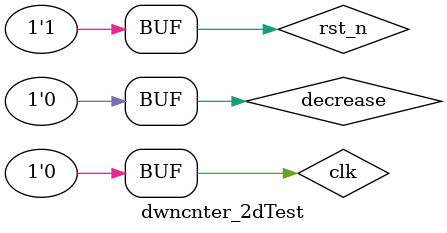
<source format=v>
`timescale 1ns / 1ps


module dwncnter_2dTest;

	// Inputs
	reg clk;
	reg rst_n;
	reg decrease;

	// Outputs
	wire [3:0] dgt1;
	wire [3:0] dgt0;

	// Instantiate the Unit Under Test (UUT)
	dwncntr_2d uut (
		.dgt1(dgt1), 
		.dgt0(dgt0), 
		.clk(clk), 
		.rst_n(rst_n), 
		.decrease(decrease)
	);

	initial begin
		// Initialize Inputs
		clk = 0;
		rst_n = 0;
		decrease = 0;

		// Wait 100 ns for global reset to finish
		#100;
        
		// Add stimulus here
		rst_n = 1;	decrease = 1;
		#50 clk = 1;
		#50 clk = 0;	//1
		#50 clk = 1;
		#50 clk = 0;	//2
		#50 clk = 1;
		#50 clk = 0;	//3
		#50 clk = 1;
		#50 clk = 0;	//4
		#50 clk = 1;
		#50 clk = 0;	//5
		#50 clk = 1;
		#50 clk = 0;	//6
		#50 clk = 1;
		#50 clk = 0;	//7
		#50 clk = 1;
		#50 clk = 0;	//8
		#50 clk = 1;
		#50 clk = 0;	//9
		#50 clk = 1;	
		#50 clk = 0;	//10
		#50 clk = 1;
		#50 clk = 0;	//11
		#50 clk = 1;
		#50 clk = 0;	//12
		#50 clk = 1;
		#50 clk = 0;	//13
		#50 clk = 1;
		#50 clk = 0;	//14
		#50 clk = 1;
		#50 clk = 0;	//15
		#50 clk = 1;
		#50 clk = 0;	//16
		#50 clk = 1;
		#50 clk = 0;	//17
		#50 clk = 1;
		#50 clk = 0;	//18
		#50 clk = 1;
		#50 clk = 0;	//19
		#50 clk = 1;
		#50 clk = 0;	//20
		#50 clk = 1;
		#50 clk = 0;	//21
		#50 clk = 1;
		#50 clk = 0;	//22
		#50 clk = 1;
		#50 clk = 0;	//23
		#50 clk = 1;
		#50 clk = 0;	//24
		#50 rst_n = 0;
		#50 rst_n = 1;	decrease = 0;	//turn off decrease
		#50 clk = 1;
		#50 clk = 0;
		#50 clk = 1;
		#50 clk = 0;
		#50 clk = 1;
		#50 clk = 0;
		
		
		
	end
      
endmodule


</source>
